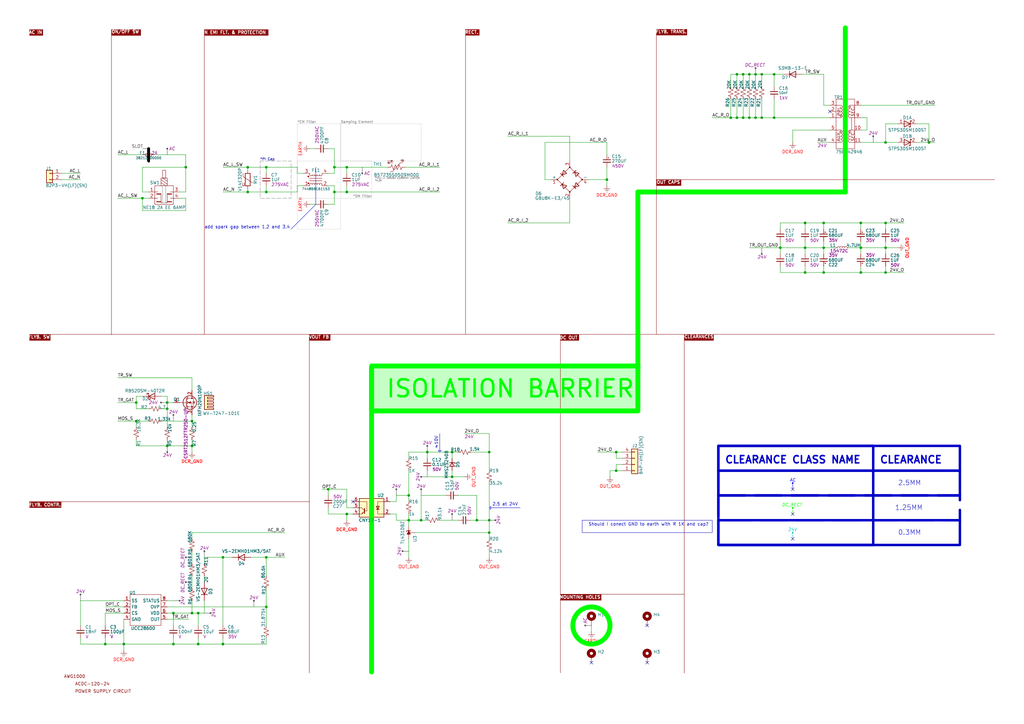
<source format=kicad_sch>
(kicad_sch (version 20230819) (generator eeschema)
  (paper "A3")
  (title_block (date "2023-04-30") (rev "1.0"))
  (junction (at 78.74 251.46))
  (junction (at 172.72 213.36))
  (junction (at 317.5 30.48))
  (junction (at 363.22 58.42))
  (junction (at 137.16 78.74))
  (junction (at 252.73 185.42))
  (junction (at 78.74 172.72))
  (junction (at 55.88 165.1))
  (junction (at 252.73 193.04))
  (junction (at 307.34 30.48))
  (junction (at 142.24 210.82))
  (junction (at 142.24 78.74))
  (junction (at 78.74 182.88))
  (junction (at 337.82 101.6))
  (junction (at 248.92 73.66))
  (junction (at 71.12 264.16))
  (junction (at 58.42 81.28))
  (junction (at 101.6 68.58))
  (junction (at 55.88 172.72))
  (junction (at 195.58 213.36))
  (junction (at 330.2 101.6))
  (junction (at 363.22 101.6))
  (junction (at 200.66 185.42))
  (junction (at 353.06 111.76))
  (junction (at 134.62 200.66))
  (junction (at 363.22 91.44))
  (junction (at 43.18 264.16))
  (junction (at 353.06 101.6))
  (junction (at 185.42 185.42))
  (junction (at 109.22 228.6))
  (junction (at 320.04 101.6))
  (junction (at 312.42 48.26))
  (junction (at 307.34 48.26))
  (junction (at 142.24 68.58))
  (junction (at 330.2 111.76))
  (junction (at 109.22 78.74))
  (junction (at 299.72 48.26))
  (junction (at 50.8 264.16))
  (junction (at 200.66 213.36))
  (junction (at 71.12 251.46))
  (junction (at 68.58 165.1))
  (junction (at 330.2 91.44))
  (junction (at 167.64 213.36))
  (junction (at 337.82 91.44))
  (junction (at 81.28 264.16))
  (junction (at 363.22 111.76))
  (junction (at 76.2 68.58))
  (junction (at 175.26 185.42))
  (junction (at 68.58 182.88))
  (junction (at 337.82 111.76))
  (junction (at 91.44 228.6))
  (junction (at 101.6 78.74))
  (junction (at 309.88 48.26))
  (junction (at 167.64 203.2))
  (junction (at 317.5 48.26))
  (junction (at 109.22 68.58))
  (junction (at 302.26 30.48))
  (junction (at 312.42 30.48))
  (junction (at 309.88 30.48))
  (junction (at 302.26 48.26))
  (junction (at 185.42 195.58))
  (junction (at 137.16 68.58))
  (junction (at 304.8 48.26))
  (junction (at 353.06 91.44))
  (junction (at 91.44 264.16))
  (junction (at 109.22 248.92))
  (junction (at 68.58 167.64))
  (junction (at 304.8 30.48))
  (junction (at 81.28 251.46))
  (junction (at 381 58.42))
  (junction (at 200.66 218.44))
  (no_connect (at 265.43 271.78))
  (no_connect (at 340.36 45.72))
  (no_connect (at 325.12 210.82))
  (no_connect (at 325.12 200.66))
  (no_connect (at 325.12 220.98))
  (no_connect (at 144.78 205.74))
  (no_connect (at 242.57 271.78))
  (no_connect (at 265.43 256.54))
  (wire (pts (xy 328.93 30.48) (xy 337.82 30.48)))
  (wire (pts (xy 185.42 185.42) (xy 185.42 187.96)))
  (wire (pts (xy 58.42 78.74) (xy 60.96 78.74)))
  (wire (pts (xy 252.73 187.96) (xy 252.73 185.42)))
  (wire (pts (xy 50.8 254) (xy 50.8 264.16)))
  (wire (pts (xy 109.22 241.3) (xy 109.22 248.92)))
  (wire (pts (xy 102.87 228.6) (xy 109.22 228.6)))
  (wire (pts (xy 83.82 236.22) (xy 83.82 238.76)))
  (polyline (pts (xy 119.38 93.98) (xy 129.54 83.82)))
  (wire (pts (xy 71.12 251.46) (xy 71.12 256.54)))
  (wire (pts (xy 71.12 261.62) (xy 71.12 264.16)))
  (wire (pts (xy 55.88 167.64) (xy 55.88 165.1)))
  (wire (pts (xy 63.5 63.5) (xy 76.2 63.5)))
  (wire (pts (xy 226.06 73.66) (xy 223.52 73.66)))
  (wire (pts (xy 353.06 99.06) (xy 353.06 101.6)))
  (wire (pts (xy 299.72 30.48) (xy 299.72 35.56)))
  (wire (pts (xy 337.82 91.44) (xy 353.06 91.44)))
  (wire (pts (xy 137.16 78.74) (xy 137.16 83.82)))
  (polyline (pts (xy 180.34 185.42) (xy 179.705 184.785)))
  (wire (pts (xy 353.06 43.18) (xy 383.54 43.18)))
  (wire (pts (xy 307.34 101.6) (xy 320.04 101.6)))
  (wire (pts (xy 363.22 109.22) (xy 363.22 111.76)))
  (wire (pts (xy 185.42 193.04) (xy 185.42 195.58)))
  (polyline (pts (xy 190.9318 12.0142) (xy 190.9318 137.1092)) (stroke (width 0) (color 132 0 0 1)))
  (wire (pts (xy 78.74 182.88) (xy 78.74 185.42)))
  (wire (pts (xy 43.18 261.62) (xy 43.18 264.16)))
  (wire (pts (xy 337.82 109.22) (xy 337.82 111.76)))
  (wire (pts (xy 76.2 68.58) (xy 76.2 78.74)))
  (wire (pts (xy 223.52 58.42) (xy 248.92 58.42)))
  (wire (pts (xy 25.4 73.66) (xy 33.02 73.66)))
  (wire (pts (xy 121.92 71.12) (xy 121.92 68.58)))
  (wire (pts (xy 299.72 30.48) (xy 302.26 30.48)))
  (wire (pts (xy 187.96 203.2) (xy 195.58 203.2)))
  (wire (pts (xy 353.06 91.44) (xy 353.06 93.98)))
  (wire (pts (xy 330.2 91.44) (xy 320.04 91.44)))
  (wire (pts (xy 302.26 30.48) (xy 304.8 30.48)))
  (wire (pts (xy 142.24 68.58) (xy 158.75 68.58)))
  (wire (pts (xy 353.06 91.44) (xy 363.22 91.44)))
  (wire (pts (xy 317.5 48.26) (xy 317.5 40.64)))
  (wire (pts (xy 167.64 203.2) (xy 167.64 205.74)))
  (polyline (pts (xy 280.67 243.84) (xy 280.67 276.098)) (stroke (width 0) (color 132 0 0 1)))
  (wire (pts (xy 175.26 193.04) (xy 175.26 195.58)))
  (wire (pts (xy 363.22 50.8) (xy 363.22 58.42)))
  (wire (pts (xy 101.6 68.58) (xy 101.6 69.85)))
  (polyline (pts (xy 280.67 243.84) (xy 280.67 137.16)) (stroke (width 0) (color 132 0 0 1)))
  (polyline (pts (xy 261.62 78.74) (xy 346.71 78.74)) (stroke (width 2) (color 0 255 0 0.23)))
  (wire (pts (xy 299.72 48.26) (xy 302.26 48.26)))
  (wire (pts (xy 78.74 220.98) (xy 78.74 218.44)))
  (wire (pts (xy 43.18 248.92) (xy 50.8 248.92)))
  (wire (pts (xy 337.82 101.6) (xy 342.9 101.6)))
  (wire (pts (xy 309.88 30.48) (xy 309.88 35.56)))
  (polyline (pts (xy 60.96 60.96) (xy 60.96 66.04)) (stroke (width 1) (type solid) (color 0 0 0 0.2)))
  (wire (pts (xy 78.74 154.94) (xy 78.74 160.02)))
  (polyline (pts (xy 201.295 208.28) (xy 201.295 208.915)))
  (wire (pts (xy 167.64 185.42) (xy 175.26 185.42)))
  (wire (pts (xy 353.06 48.26) (xy 355.6 48.26)))
  (wire (pts (xy 353.06 58.42) (xy 363.22 58.42)))
  (wire (pts (xy 137.16 68.58) (xy 142.24 68.58)))
  (wire (pts (xy 127 83.82) (xy 129.54 83.82)))
  (wire (pts (xy 55.88 172.72) (xy 55.88 175.26)))
  (wire (pts (xy 299.72 48.26) (xy 299.72 40.64)))
  (wire (pts (xy 353.06 53.34) (xy 355.6 53.34)))
  (wire (pts (xy 68.58 251.46) (xy 71.12 251.46)))
  (wire (pts (xy 137.16 60.96) (xy 137.16 68.58)))
  (wire (pts (xy 330.2 111.76) (xy 337.82 111.76)))
  (wire (pts (xy 337.82 30.48) (xy 337.82 43.18)))
  (polyline (pts (xy 126.873 137.16) (xy 186.944 137.16)) (stroke (width 0) (color 132 0 0 1)))
  (wire (pts (xy 127 60.96) (xy 129.54 60.96)))
  (wire (pts (xy 242.57 256.54) (xy 242.57 259.08)))
  (wire (pts (xy 162.56 205.74) (xy 160.02 205.74)))
  (wire (pts (xy 309.88 48.26) (xy 309.88 40.64)))
  (wire (pts (xy 245.11 185.42) (xy 252.73 185.42)))
  (wire (pts (xy 375.92 50.8) (xy 381 50.8)))
  (wire (pts (xy 172.72 203.2) (xy 172.72 213.36)))
  (wire (pts (xy 142.24 78.74) (xy 180.34 78.74)))
  (wire (pts (xy 91.44 264.16) (xy 109.22 264.16)))
  (wire (pts (xy 58.42 81.28) (xy 58.42 86.36)))
  (wire (pts (xy 307.34 30.48) (xy 309.88 30.48)))
  (wire (pts (xy 68.58 182.88) (xy 78.74 182.88)))
  (wire (pts (xy 124.46 71.12) (xy 121.92 71.12)))
  (wire (pts (xy 33.02 264.16) (xy 43.18 264.16)))
  (wire (pts (xy 195.58 213.36) (xy 200.66 213.36)))
  (wire (pts (xy 134.62 210.82) (xy 142.24 210.82)))
  (wire (pts (xy 162.56 210.82) (xy 162.56 213.36)))
  (wire (pts (xy 200.66 198.12) (xy 200.66 213.36)))
  (wire (pts (xy 193.04 213.36) (xy 195.58 213.36)))
  (wire (pts (xy 33.02 261.62) (xy 33.02 264.16)))
  (wire (pts (xy 185.42 185.42) (xy 187.96 185.42)))
  (wire (pts (xy 304.8 48.26) (xy 307.34 48.26)))
  (wire (pts (xy 330.2 91.44) (xy 330.2 93.98)))
  (wire (pts (xy 48.26 172.72) (xy 55.88 172.72)))
  (wire (pts (xy 304.8 48.26) (xy 304.8 40.64)))
  (wire (pts (xy 208.28 55.88) (xy 233.68 55.88)))
  (wire (pts (xy 58.42 68.58) (xy 76.2 68.58)))
  (wire (pts (xy 252.73 185.42) (xy 255.27 185.42)))
  (wire (pts (xy 233.68 66.04) (xy 233.68 55.88)))
  (wire (pts (xy 250.19 195.58) (xy 250.19 193.04)))
  (wire (pts (xy 81.28 261.62) (xy 81.28 264.16)))
  (wire (pts (xy 381 50.8) (xy 381 58.42)))
  (wire (pts (xy 25.4 71.12) (xy 33.02 71.12)))
  (wire (pts (xy 175.26 195.58) (xy 185.42 195.58)))
  (wire (pts (xy 200.66 213.36) (xy 200.66 218.44)))
  (wire (pts (xy 330.2 109.22) (xy 330.2 111.76)))
  (wire (pts (xy 66.04 162.56) (xy 68.58 162.56)))
  (wire (pts (xy 172.72 213.36) (xy 175.26 213.36)))
  (wire (pts (xy 142.24 200.66) (xy 142.24 208.28)))
  (wire (pts (xy 68.58 167.64) (xy 66.04 167.64)))
  (wire (pts (xy 81.28 251.46) (xy 81.28 256.54)))
  (wire (pts (xy 167.64 220.98) (xy 167.64 228.6)))
  (wire (pts (xy 353.06 111.76) (xy 353.06 109.22)))
  (wire (pts (xy 340.36 43.18) (xy 337.82 43.18)))
  (wire (pts (xy 353.06 101.6) (xy 363.22 101.6)))
  (polyline (pts (xy 83.82 12.065) (xy 83.82 137.16)) (stroke (width 0) (color 132 0 0 1)))
  (wire (pts (xy 312.42 48.26) (xy 317.5 48.26)))
  (polyline (pts (xy 12.065 205.74) (xy 127 205.74)) (stroke (width 0) (color 132 0 0 1)))
  (wire (pts (xy 78.74 246.38) (xy 78.74 251.46)))
  (wire (pts (xy 193.04 185.42) (xy 200.66 185.42)))
  (polyline (pts (xy 200.66 208.28) (xy 201.295 208.915)))
  (wire (pts (xy 109.22 78.74) (xy 121.92 78.74)))
  (wire (pts (xy 101.6 78.74) (xy 109.22 78.74)))
  (wire (pts (xy 325.12 53.34) (xy 325.12 58.42)))
  (wire (pts (xy 320.04 109.22) (xy 320.04 111.76)))
  (polyline (pts (xy 60.96 60.96) (xy 60.96 66.04)) (stroke (width 1) (type solid) (color 0 0 0 0.2)))
  (wire (pts (xy 83.82 251.46) (xy 81.28 251.46)))
  (wire (pts (xy 363.22 101.6) (xy 368.3 101.6)))
  (wire (pts (xy 142.24 210.82) (xy 144.78 210.82)))
  (wire (pts (xy 363.22 99.06) (xy 363.22 101.6)))
  (wire (pts (xy 68.58 167.64) (xy 68.58 175.26)))
  (wire (pts (xy 330.2 101.6) (xy 337.82 101.6)))
  (wire (pts (xy 312.42 30.48) (xy 312.42 35.56)))
  (wire (pts (xy 252.73 190.5) (xy 252.73 193.04)))
  (wire (pts (xy 309.88 48.26) (xy 312.42 48.26)))
  (wire (pts (xy 167.64 203.2) (xy 162.56 203.2)))
  (wire (pts (xy 109.22 68.58) (xy 121.92 68.58)))
  (wire (pts (xy 66.04 172.72) (xy 78.74 172.72)))
  (wire (pts (xy 320.04 101.6) (xy 320.04 104.14)))
  (wire (pts (xy 255.27 187.96) (xy 252.73 187.96)))
  (wire (pts (xy 109.22 76.2) (xy 109.22 78.74)))
  (wire (pts (xy 330.2 91.44) (xy 337.82 91.44)))
  (wire (pts (xy 200.66 177.8) (xy 200.66 185.42)))
  (wire (pts (xy 134.62 200.66) (xy 134.62 203.2)))
  (wire (pts (xy 375.92 58.42) (xy 381 58.42)))
  (wire (pts (xy 142.24 71.12) (xy 142.24 68.58)))
  (wire (pts (xy 68.58 165.1) (xy 68.58 167.64)))
  (wire (pts (xy 330.2 99.06) (xy 330.2 101.6)))
  (wire (pts (xy 312.42 30.48) (xy 309.88 30.48)))
  (polyline (pts (xy 346.71 11.43) (xy 346.71 78.74)) (stroke (width 2) (color 0 255 0 0.23)))
  (wire (pts (xy 134.62 71.12) (xy 137.16 71.12)))
  (wire (pts (xy 76.2 81.28) (xy 76.2 86.36)))
  (polyline (pts (xy 186.944 137.16) (xy 407.924 137.16)) (stroke (width 0) (color 132 0 0 1)))
  (wire (pts (xy 101.6 77.47) (xy 101.6 78.74)))
  (wire (pts (xy 200.66 185.42) (xy 200.66 193.04)))
  (wire (pts (xy 48.26 165.1) (xy 55.88 165.1)))
  (wire (pts (xy 134.62 208.28) (xy 134.62 210.82)))
  (wire (pts (xy 185.42 185.42) (xy 175.26 185.42)))
  (polyline (pts (xy 200.66 208.28) (xy 201.295 207.645)))
  (wire (pts (xy 320.04 99.06) (xy 320.04 101.6)))
  (wire (pts (xy 109.22 228.6) (xy 116.84 228.6)))
  (wire (pts (xy 134.62 83.82) (xy 137.16 83.82)))
  (wire (pts (xy 55.88 162.56) (xy 58.42 162.56)))
  (polyline (pts (xy 179.705 184.785) (xy 180.34 184.785)))
  (wire (pts (xy 109.22 68.58) (xy 109.22 71.12)))
  (wire (pts (xy 200.66 226.06) (xy 200.66 228.6)))
  (wire (pts (xy 304.8 30.48) (xy 307.34 30.48)))
  (wire (pts (xy 91.44 261.62) (xy 91.44 264.16)))
  (wire (pts (xy 137.16 78.74) (xy 142.24 78.74)))
  (wire (pts (xy 83.82 231.14) (xy 83.82 228.6)))
  (wire (pts (xy 142.24 208.28) (xy 144.78 208.28)))
  (wire (pts (xy 363.22 58.42) (xy 368.3 58.42)))
  (wire (pts (xy 337.82 91.44) (xy 337.82 93.98)))
  (wire (pts (xy 78.74 226.06) (xy 78.74 231.14)))
  (polyline (pts (xy 201.295 208.28) (xy 213.36 208.28)))
  (wire (pts (xy 325.12 53.34) (xy 340.36 53.34)))
  (wire (pts (xy 83.82 246.38) (xy 83.82 251.46)))
  (polyline (pts (xy 60.96 60.96) (xy 60.96 66.04)) (stroke (width 1) (type solid) (color 0 0 0 0.2)))
  (wire (pts (xy 43.18 251.46) (xy 43.18 256.54)))
  (wire (pts (xy 33.02 246.38) (xy 50.8 246.38)))
  (polyline (pts (xy 261.62 78.74) (xy 261.62 151.13)) (stroke (width 2) (color 0 255 0 0.23)))
  (wire (pts (xy 71.12 264.16) (xy 81.28 264.16)))
  (wire (pts (xy 137.16 76.2) (xy 137.16 78.74)))
  (polyline (pts (xy 229.87 243.713) (xy 280.67 243.713)) (stroke (width 0) (color 132 0 0 1)))
  (polyline (pts (xy 58.42 60.96) (xy 60.96 60.96)) (stroke (width 0) (color 72 72 72 1)))
  (wire (pts (xy 68.58 246.38) (xy 71.12 246.38)))
  (wire (pts (xy 101.6 68.58) (xy 109.22 68.58)))
  (wire (pts (xy 43.18 264.16) (xy 50.8 264.16)))
  (polyline (pts (xy 129.54 68.58) (xy 129.54 83.82)))
  (wire (pts (xy 58.42 81.28) (xy 60.96 81.28)))
  (wire (pts (xy 180.34 213.36) (xy 187.96 213.36)))
  (wire (pts (xy 312.42 40.64) (xy 312.42 48.26)))
  (wire (pts (xy 109.22 248.92) (xy 109.22 256.54)))
  (wire (pts (xy 58.42 63.5) (xy 48.26 63.5)))
  (wire (pts (xy 33.02 256.54) (xy 33.02 246.38)))
  (wire (pts (xy 91.44 228.6) (xy 91.44 256.54)))
  (wire (pts (xy 363.22 50.8) (xy 368.3 50.8)))
  (wire (pts (xy 182.88 203.2) (xy 172.72 203.2)))
  (wire (pts (xy 363.22 91.44) (xy 363.22 93.98)))
  (wire (pts (xy 167.64 185.42) (xy 167.64 187.96)))
  (wire (pts (xy 167.64 213.36) (xy 172.72 213.36)))
  (wire (pts (xy 83.82 228.6) (xy 91.44 228.6)))
  (wire (pts (xy 363.22 91.44) (xy 370.84 91.44)))
  (polyline (pts (xy 201.295 207.645) (xy 201.295 208.28)))
  (polyline (pts (xy 152.4 151.13) (xy 152.4 275.59)) (stroke (width 2) (type solid) (color 0 255 0 0.23)))
  (polyline (pts (xy 60.96 60.96) (xy 60.96 66.04)) (stroke (width 1) (type solid) (color 0 0 0 0.2)))
  (wire (pts (xy 241.3 73.66) (xy 248.92 73.66)))
  (wire (pts (xy 134.62 60.96) (xy 137.16 60.96)))
  (polyline (pts (xy 180.34 185.42) (xy 180.975 184.785)))
  (wire (pts (xy 134.62 76.2) (xy 137.16 76.2)))
  (wire (pts (xy 353.06 101.6) (xy 353.06 104.14)))
  (wire (pts (xy 73.66 81.28) (xy 76.2 81.28)))
  (wire (pts (xy 68.58 162.56) (xy 68.58 165.1)))
  (polyline (pts (xy 60.96 60.96) (xy 60.96 66.04)) (stroke (width 1) (type solid) (color 0 0 0 0.2)))
  (wire (pts (xy 109.22 228.6) (xy 109.22 236.22)))
  (wire (pts (xy 68.58 165.1) (xy 71.12 165.1)))
  (wire (pts (xy 81.28 264.16) (xy 91.44 264.16)))
  (wire (pts (xy 121.92 78.74) (xy 121.92 76.2)))
  (wire (pts (xy 317.5 30.48) (xy 321.31 30.48)))
  (wire (pts (xy 330.2 101.6) (xy 330.2 104.14)))
  (wire (pts (xy 167.64 210.82) (xy 167.64 213.36)))
  (wire (pts (xy 363.22 111.76) (xy 370.84 111.76)))
  (wire (pts (xy 302.26 48.26) (xy 304.8 48.26)))
  (wire (pts (xy 381 58.42) (xy 383.54 58.42)))
  (wire (pts (xy 307.34 48.26) (xy 309.88 48.26)))
  (wire (pts (xy 292.1 48.26) (xy 299.72 48.26)))
  (wire (pts (xy 312.42 30.48) (xy 317.5 30.48)))
  (wire (pts (xy 167.64 193.04) (xy 167.64 203.2)))
  (polyline (pts (xy 269.24 73.66) (xy 407.924 73.66)) (stroke (width 0) (color 132 0 0 1)))
  (wire (pts (xy 347.98 101.6) (xy 353.06 101.6)))
  (wire (pts (xy 255.27 190.5) (xy 252.73 190.5)))
  (polyline (pts (xy 60.96 60.96) (xy 60.96 66.04)) (stroke (width 1) (type solid) (color 0 0 0 0.2)))
  (wire (pts (xy 337.82 99.06) (xy 337.82 101.6)))
  (wire (pts (xy 78.74 180.34) (xy 78.74 182.88)))
  (wire (pts (xy 167.64 213.36) (xy 162.56 213.36)))
  (wire (pts (xy 320.04 91.44) (xy 320.04 93.98)))
  (wire (pts (xy 317.5 30.48) (xy 317.5 35.56)))
  (wire (pts (xy 58.42 86.36) (xy 76.2 86.36)))
  (wire (pts (xy 185.42 195.58) (xy 190.5 195.58)))
  (wire (pts (xy 78.74 218.44) (xy 116.84 218.44)))
  (wire (pts (xy 73.66 78.74) (xy 76.2 78.74)))
  (wire (pts (xy 71.12 251.46) (xy 78.74 251.46)))
  (wire (pts (xy 252.73 193.04) (xy 255.27 193.04)))
  (polyline (pts (xy 269.24 12.065) (xy 269.24 137.16)) (stroke (width 0) (color 132 0 0 1)))
  (wire (pts (xy 162.56 210.82) (xy 160.02 210.82)))
  (wire (pts (xy 78.74 170.18) (xy 78.74 172.72)))
  (polyline (pts (xy 229.87 137.16) (xy 229.87 275.971)) (stroke (width 0) (color 132 0 0 1)))
  (wire (pts (xy 170.18 218.44) (xy 200.66 218.44)))
  (wire (pts (xy 223.52 58.42) (xy 223.52 73.66)))
  (wire (pts (xy 200.66 218.44) (xy 200.66 220.98)))
  (wire (pts (xy 195.58 203.2) (xy 195.58 213.36)))
  (wire (pts (xy 132.08 200.66) (xy 134.62 200.66)))
  (wire (pts (xy 250.19 193.04) (xy 252.73 193.04)))
  (wire (pts (xy 55.88 165.1) (xy 55.88 162.56)))
  (wire (pts (xy 50.8 264.16) (xy 50.8 266.7)))
  (wire (pts (xy 43.18 251.46) (xy 50.8 251.46)))
  (wire (pts (xy 337.82 111.76) (xy 353.06 111.76)))
  (wire (pts (xy 363.22 111.76) (xy 353.06 111.76)))
  (wire (pts (xy 363.22 101.6) (xy 363.22 104.14)))
  (wire (pts (xy 48.26 81.28) (xy 58.42 81.28)))
  (wire (pts (xy 78.74 236.22) (xy 78.74 241.3)))
  (polyline (pts (xy 45.72 137.16) (xy 126.873 137.16)) (stroke (width 0) (color 132 0 0 1)))
  (polyline (pts (xy 180.34 184.785) (xy 180.34 177.8)))
  (wire (pts (xy 355.6 48.26) (xy 355.6 53.34)))
  (wire (pts (xy 335.28 58.42) (xy 340.36 58.42)))
  (polyline (pts (xy 12.065 137.16) (xy 45.72 137.16)) (stroke (width 0) (color 132 0 0 1)))
  (wire (pts (xy 307.34 30.48) (xy 307.34 35.56)))
  (wire (pts (xy 162.56 205.74) (xy 162.56 203.2)))
  (wire (pts (xy 134.62 200.66) (xy 142.24 200.66)))
  (wire (pts (xy 58.42 68.58) (xy 58.42 78.74)))
  (wire (pts (xy 302.26 48.26) (xy 302.26 40.64)))
  (wire (pts (xy 68.58 180.34) (xy 68.58 182.88)))
  (wire (pts (xy 60.96 167.64) (xy 55.88 167.64)))
  (wire (pts (xy 167.64 213.36) (xy 167.64 215.9)))
  (wire (pts (xy 68.58 248.92) (xy 109.22 248.92)))
  (wire (pts (xy 337.82 101.6) (xy 337.82 104.14)))
  (wire (pts (xy 91.44 78.74) (xy 101.6 78.74)))
  (wire (pts (xy 317.5 48.26) (xy 340.36 48.26)))
  (wire (pts (xy 320.04 101.6) (xy 330.2 101.6)))
  (wire (pts (xy 68.58 254) (xy 77.47 254)))
  (wire (pts (xy 50.8 264.16) (xy 71.12 264.16)))
  (wire (pts (xy 142.24 213.36) (xy 142.24 210.82)))
  (polyline (pts (xy 60.96 60.96) (xy 60.96 66.04)) (stroke (width 1) (type solid) (color 0 0 0 0.2)))
  (wire (pts (xy 248.92 58.42) (xy 248.92 63.5)))
  (wire (pts (xy 320.04 111.76) (xy 330.2 111.76)))
  (wire (pts (xy 166.37 68.58) (xy 180.34 68.58)))
  (wire (pts (xy 137.16 68.58) (xy 137.16 71.12)))
  (wire (pts (xy 109.22 261.62) (xy 109.22 264.16)))
  (wire (pts (xy 48.26 154.94) (xy 78.74 154.94)))
  (wire (pts (xy 233.68 81.28) (xy 233.68 91.44)))
  (wire (pts (xy 175.26 187.96) (xy 175.26 185.42)))
  (polyline (pts (xy 180.34 184.785) (xy 180.975 184.785)))
  (polyline (pts (xy 45.72 12.065) (xy 45.72 137.16)) (stroke (width 0) (color 132 0 0 1)))
  (wire (pts (xy 200.66 177.8) (xy 190.5 177.8)))
  (wire (pts (xy 76.2 63.5) (xy 76.2 68.58)))
  (wire (pts (xy 304.8 30.48) (xy 304.8 35.56)))
  (wire (pts (xy 248.92 68.58) (xy 248.92 73.66)))
  (wire (pts (xy 248.92 73.66) (xy 248.92 76.2)))
  (wire (pts (xy 121.92 76.2) (xy 124.46 76.2)))
  (wire (pts (xy 302.26 30.48) (xy 302.26 35.56)))
  (wire (pts (xy 78.74 172.72) (xy 78.74 175.26)))
  (wire (pts (xy 208.28 91.44) (xy 233.68 91.44)))
  (wire (pts (xy 307.34 40.64) (xy 307.34 48.26)))
  (wire (pts (xy 55.88 172.72) (xy 60.96 172.72)))
  (wire (pts (xy 91.44 228.6) (xy 95.25 228.6)))
  (wire (pts (xy 91.44 68.58) (xy 101.6 68.58)))
  (wire (pts (xy 81.28 251.46) (xy 78.74 251.46)))
  (wire (pts (xy 55.88 182.88) (xy 68.58 182.88)))
  (wire (pts (xy 142.24 78.74) (xy 142.24 76.2)))
  (polyline (pts (xy 126.873 137.16) (xy 126.873 275.971)) (stroke (width 0) (color 132 0 0 1)))
  (wire (pts (xy 55.88 180.34) (xy 55.88 182.88)))
  (rectangle (start 121.92 50.8) (end 139.7 93.98) (stroke (width 0) (type dot) (color 72 72 72 1)))
  (rectangle (start 294.64 213.36) (end 393.7 223.52) (stroke (width 1)))
  (rectangle (start 294.64 203.2) (end 393.7 213.36) (stroke (width 1) (type dash)))
  (rectangle (start 238.76 213.36) (end 292.1 218.44))
  (rectangle (start 280.67 137.16) (end 292.735 139.7) (stroke (width -0.0001)) (fill (type color) (color 132 0 0 1)))
  (rectangle (start 126.873 137.16) (end 135.509 139.7) (stroke (width -0.0001)) (fill (type color) (color 132 0 0 1)))
  (rectangle (start 190.9318 12.0142) (end 196.6468 14.5542) (stroke (width -0.0001)) (fill (type color) (color 132 0 0 1)))
  (rectangle (start 294.64 182.88) (end 358.14 223.52) (stroke (width 1)))
  (rectangle (start 294.64 182.88) (end 393.7 193.04) (stroke (width 1)))
  (rectangle (start 139.7 50.8) (end 172.72 66.04) (stroke (width 0) (type dot) (color 72 72 72 1)))
  (rectangle (start 152.4 150.114) (end 261.62 168.529) (stroke (width 2) (color 0 255 0 0.23)) (fill (type color) (color 0 255 0 0.23)))
  (rectangle (start 12.065 12.065) (end 17.653 14.605) (stroke (width -0.0001)) (fill (type color) (color 132 0 0 1)))
  (rectangle (start 294.64 193.04) (end 393.7 203.2) (stroke (width 1)))
  (rectangle (start 269.24 73.66) (end 279.4 76.2) (stroke (width -0.0001)) (fill (type color) (color 132 0 0 1)))
  (rectangle (start 45.72 12.065) (end 57.785 14.605) (stroke (width -0.0001)) (fill (type color) (color 132 0 0 1)))
  (rectangle (start 229.87 243.713) (end 246.634 246.253) (stroke (width -0.0001)) (fill (type color) (color 132 0 0 1)))
  (rectangle (start 12.065 205.74) (end 25.146 208.28) (stroke (width -0.0001)) (fill (type color) (color 132 0 0 1)))
  (rectangle (start 83.82 12.065) (end 110.0836 14.605) (stroke (width -0.0001)) (fill (type color) (color 132 0 0 1)))
  (circle (center 242.57 256.54) (radius 7.62) (stroke (width 2) (color 0 255 0 0.24)))
  (rectangle (start 269.24 11.938) (end 281.813 14.478) (stroke (width -0.0001)) (fill (type color) (color 132 0 0 1)))
  (rectangle (start 12.065 137.16) (end 20.701 139.7) (stroke (width -0.0001)) (fill (type color) (color 132 0 0 1)))
  (rectangle (start 229.87 137.16) (end 237.49 139.7) (stroke (width -0.0001)) (fill (type color) (color 132 0 0 1)))
  (rectangle (start 121.92 66.04) (end 152.4 81.28) (stroke (width 0) (type dot) (color 72 72 72 1)))
  (rectangle (start 106.68 66.04) (end 119.38 81.28) (stroke (width 0) (type dash) (color 132 132 132 1)))
  (text "CLEARANCE CLASS NAME" (at 297.18 190.5 0) (effects (font (size 3 3) (thickness 0.6) bold) (justify left bottom)))
  (text "MOUNTING HOLES" (at 246.38 245.872 0) (effects (font (size 1.27 1.27) (thickness 0.254) bold) (justify right bottom)))
  (text "2.5MM" (at 368.3 199.39 0) (effects (font (size 2 2)) (justify left bottom)))
  (text "OUT CAPS" (at 279.019 75.692 0) (effects (font (size 1.27 1.27) (thickness 0.254) bold) (justify right bottom)))
  (text "RECT." (at 196.2658 14.1732 0) (effects (font (size 1.27 1.27) (thickness 0.254) bold) (justify right bottom)))
  (text "VOUT FB" (at 135.001 139.192 0) (effects (font (size 1.27 1.27) (thickness 0.254) bold) (justify right bottom)))
  (text "POWER SUPPLY CIRCUIT" (at 30.734 284.48 0) (effects (font (size 1.27 1.27)) (justify left bottom)))
  (text "IN EMI FLT. & PROTECTION" (at 109.1692 14.2748 0) (effects (font (size 1.27 1.27) (thickness 0.254) bold) (justify right bottom)))
  (text "AC IN" (at 17.399 14.224 0) (effects (font (size 1.27 1.27) (thickness 0.254) bold) (justify right bottom)))
  (text "1.25MM" (at 367.03 209.55 0) (effects (font (size 2 2)) (justify left bottom)))
  (text "CLEARANCE" (at 360.68 190.5 0) (effects (font (size 3 3) (thickness 0.6) bold) (justify left bottom)))
  (text "2.5 at 24V" (at 201.93 207.645 0) (effects (font (size 1.27 1.27)) (justify left bottom)))
  (text "*PI Cap" (at 106.68 66.04 0) (effects (font (size 1 1)) (justify left bottom)))
  (text "Damping Element" (at 139.7 50.8 0) (effects (font (size 1 1)) (justify left bottom)))
  (text "add spark gap between 1,2 and 3,4" (at 83.82 93.98 0) (effects (font (size 1.27 1.27)) (justify left bottom)))
  (text "FLYB. CONTR." (at 25.019 208.026 0) (effects (font (size 1.27 1.27) (thickness 0.254) bold) (justify right bottom)))
  (text "*4.2A" (at 153.67 74.676 0) (effects (font (size 0.7 0.7)) (justify left bottom)))
  (text "CLEARANCES" (at 292.735 139.065 0) (effects (font (size 1.27 1.27) (thickness 0.254) bold) (justify right bottom)))
  (text "≈10V" (at 179.705 184.15 90) (effects (font (size 1.27 1.27)) (justify left bottom)))
  (text "AWG1000" (at 26.162 278.384 0) (effects (font (size 1.27 1.27)) (justify left bottom)))
  (text "*CM Filter" (at 121.92 50.8 0) (effects (font (size 1 1)) (justify left bottom)))
  (text "Should I conect GND to earth with R 1K and cap?" (at 241.3 215.9 0) (effects (font (size 1.27 1.27)) (justify left bottom)))
  (text "FLYB. TRANS." (at 281.686 13.97 0) (effects (font (size 1.27 1.27) (thickness 0.254) bold) (justify right bottom)))
  (text "ACDC-120-24" (at 30.734 281.432 0) (effects (font (size 1.27 1.27)) (justify left bottom)))
  (text "*DM Filter" (at 144.78 81.28 0) (effects (font (size 1 1)) (justify left bottom)))
  (text "*TH1-> INRUSH CURRENT LIMITER" (at 153.67 73.66 0) (effects (font (size 0.7 0.7)) (justify left bottom)))
  (text "DC OUT" (at 236.982 139.446 0) (effects (font (size 1.27 1.27) (thickness 0.254) bold) (justify right bottom)))
  (text "ON/OFF SW" (at 57.15 13.97 0) (effects (font (size 1.27 1.27) (thickness 0.254) bold) (justify right bottom)))
  (text "ISOLATION BARRIER" (at 157.988 163.703 0) (effects (font (size 7 7) (thickness 1) bold) (justify left bottom)))
  (text "0.3MM" (at 368.3 219.71 0) (effects (font (size 2 2)) (justify left bottom)))
  (text "FLYB. SW" (at 20.574 139.192 0) (effects (font (size 1.27 1.27) (thickness 0.254) bold) (justify right bottom)))
  (text "SLOT" (at 53.975 60.96 0) (effects (font (size 1.27 1.27)) (justify left bottom)))
  (label "TR_OUT_GND" (at 307.34 101.6 0))
  (label "TR_GAT" (at 48.26 165.1 0) (property "Netclass" "24V" (effects hide)))
  (label "AC_L" (at 48.26 63.5 0) (property "Netclass" "AC" (effects hide)))
  (label "AUX" (at 335.28 58.42 0) (property "Netclass" "24V" (at 335.28 59.69 0) (effects (font italic) (justify left))))
  (label "AC_R_I_2" (at 208.28 91.44 0) (property "Netclass" "AC" (effects hide)))
  (label "AC_R_I_1" (at 180.34 68.58 180) (property "Netclass" "AC" (effects hide)))
  (label "AUX" (at 116.84 228.6 180))
  (label "AC_N" (at 33.02 73.66 180) (property "Netclass" "AC" (effects hide)))
  (label "AC_R_I_1" (at 208.28 55.88 0) (property "Netclass" "AC" (effects hide)))
  (label "TR_SW" (at 330.2 30.48 0) (property "Netclass" "DC_RECT" (effects hide)))
  (label "TR_SW" (at 48.26 154.94 0) (property "Netclass" "DC_RECT" (effects hide)))
  (label "24V_O" (at 245.11 185.42 0))
  (label "AC_L" (at 33.02 71.12 180) (property "Netclass" "AC" (effects hide)))
  (label "AC_L_SW" (at 48.26 81.28 0) (property "Netclass" "AC" (effects hide)))
  (label "MOS_S" (at 43.18 251.46 0))
  (label "24V_O" (at 370.84 111.76 180))
  (label "24V_O" (at 370.84 91.44 180))
  (label "24V_O" (at 190.5 177.8 0) (property "Netclass" "24V" (at 190.5 179.07 0) (effects (font italic) (justify left))))
  (label "OPT_C" (at 43.18 248.92 0))
  (label "AC_N" (at 91.44 78.74 0) (property "Netclass" "AC" (effects hide)))
  (label "TR_GAT" (at 77.47 254 180))
  (label "AC_L_SW" (at 91.44 68.58 0) (property "Netclass" "AC" (effects hide)))
  (label "MOS_S" (at 48.26 172.72 0) (property "Netclass" "24V" (effects hide)))
  (label "AC_R_O" (at 116.84 218.44 180))
  (label "AC_R_O" (at 248.92 58.42 180) (property "Netclass" "DC_RECT" (effects hide)))
  (label "AC_R_I_2" (at 180.34 78.74 180) (property "Netclass" "AC" (effects hide)))
  (label "TR_OUT_GND" (at 383.54 43.18 180) (property "Netclass" "24VOUT" (effects hide)))
  (label "OPT_C" (at 132.08 200.66 0) (property "Netclass" "24V" (effects hide)))
  (label "24V_O" (at 383.54 58.42 180) (property "Netclass" "24V" (effects hide)))
  (label "AC_R_O" (at 292.1 48.26 0))
  (netclass_flag "" (length 2.54) (shape dot) (at 242.57 256.54 90) (property "Netclass" "AC" (at 240.03 255.8415 90) (effects (font italic) (justify left))))
  (netclass_flag "" (length 2.54) (shape dot) (at 71.12 172.72 0) (property "Netclass" "24V" (at 69.215 168.91 0) (effects (font italic) (justify left))))
  (netclass_flag "" (length 2.54) (shape dot) (at 200.66 213.36 270) (property "Netclass" "24V" (at 204.47 211.455 90) (effects (font italic) (justify right))))
  (netclass_flag "" (length 2.54) (shape dot) (at 83.82 228.6 0) (property "Netclass" "24V" (at 81.915 224.79 0) (effects (font italic) (justify left))))
  (netclass_flag "" (length 2.54) (shape dot) (at 71.12 246.38 270) (property "Netclass" "24V" (at 74.93 244.475 90) (effects (font italic) (justify right))))
  (netclass_flag "" (length 2.54) (shape dot) (at 325.12 220.98 0) (property "Netclass" "24V" (at 323.215 217.17 0) (effects (font italic) (justify left))))
  (netclass_flag "" (length 2.54) (shape dot) (at 148.59 68.58 180) (property "Netclass" "AC" (at 149.2885 71.12 0) (effects (font italic) (justify left))))
  (netclass_flag "" (length 2.54) (shape dot) (at 167.64 226.06 90) (property "Netclass" "24V" (at 163.83 227.965 90) (effects (font italic) (justify left))))
  (netclass_flag "" (length 2.54) (shape dot) (at 325.12 210.82 0) (property "Netclass" "DC_RECT" (at 320.675 207.01 0) (effects (font italic) (justify left))))
  (netclass_flag "" (length 2.54) (shape dot) (at 162.56 203.2 0) (property "Netclass" "24V" (at 160.655 199.39 0) (effects (font italic) (justify left))))
  (netclass_flag "" (length 2.54) (shape dot) (at 104.14 248.92 0) (property "Netclass" "24V" (at 102.235 245.11 0) (effects (font italic) (justify left))))
  (netclass_flag "" (length 2.54) (shape dot) (at 309.88 30.48 0) (property "Netclass" "DC_RECT" (at 305.435 26.67 0) (effects (font italic) (justify left))))
  (netclass_flag "" (length 2.54) (shape dot) (at 78.74 228.6 90) (property "Netclass" "DC_RECT" (at 74.93 233.045 90) (effects (font italic) (justify left))))
  (netclass_flag "" (length 2.54) (shape dot) (at 83.82 251.46 270) (property "Netclass" "24V" (at 87.63 249.555 90) (effects (font italic) (justify right))))
  (netclass_flag "" (length 2.54) (shape dot) (at 312.42 101.6 180) (property "Netclass" "24V" (at 314.325 105.41 0) (effects (font italic) (justify right))))
  (netclass_flag "" (length 2.54) (shape dot) (at 68.58 182.88 180) (property "Netclass" "24V" (at 70.485 186.69 0) (effects (font italic) (justify right))))
  (netclass_flag "" (length 2.54) (shape dot) (at 175.26 185.42 0) (property "Netclass" "24V" (at 173.355 181.61 0) (effects (font italic) (justify left))))
  (netclass_flag "" (length 2.54) (shape dot) (at 185.42 213.36 0) (property "Netclass" "24V" (at 183.515 209.55 0) (effects (font italic) (justify left))))
  (netclass_flag "" (length 2.54) (shape dot) (at 172.72 203.2 0) (property "Netclass" "24V" (at 170.815 199.39 0) (effects (font italic) (justify left))))
  (netclass_flag "" (length 2.54) (shape dot) (at 325.12 200.66 0) (property "Netclass" "AC" (at 323.85 196.85 0) (effects (font italic) (justify left))))
  (netclass_flag "" (length 2.54) (shape dot) (at 68.58 165.1 90) (property "Netclass" "24V" (at 60.96 165.1 0) (effects (font italic) (justify left))))
  (netclass_flag "" (length 2.54) (shape dot) (at 33.02 246.38 0) (property "Netclass" "24V" (at 31.115 242.57 0) (effects (font italic) (justify left))))
  (netclass_flag "" (length 2.54) (shape dot) (at 358.14 58.42 0) (property "Netclass" "24V" (at 356.235 54.61 0) (effects (font italic) (justify left))))
  (netclass_flag "" (length 2.54) (shape dot) (at 175.26 195.58 90) (property "Netclass" "24V" (at 171.45 197.485 90) (effects (font italic) (justify left))))
  (netclass_flag "" (length 2.54) (shape dot) (at 78.74 238.76 90) (property "Netclass" "DC_RECT" (at 74.93 243.205 90) (effects (font italic) (justify left))))
  (netclass_flag "" (length 2.54) (shape dot) (at 68.58 63.5 0) (property "Netclass" "AC" (at 69.2785 60.96 0) (effects (font italic) (justify left))))
  (symbol (lib_id "Device:R_Small_US") (at 177.8 213.36 270) (mirror x) (unit 1)
    (property "Reference" "R17" (at 175.26 213.36 0) (effects (justify left)))
    (property "Value" "93.1k" (at 180.34 213.36 0) (effects (justify left)))
    (property "Footprint" "Resistor_SMD:R_0603_1608Metric" (effects hide))
    (property "PN" "RK73H1JTTDD9312F" (effects hide))
  )
  (symbol (lib_id "Device:R_Small_US") (at 304.8 38.1 180) (unit 1)
    (property "Reference" "R24" (at 303.53 40.005 90) (effects (justify left)))
    (property "Value" "20K" (at 304.038 32.766 90) (effects (justify left)))
    (property "Footprint" "Resistor_SMD:R_2512_6332Metric" (effects hide))
    (property "Datasheet" "RM25F2002CT-U" (effects hide))
  )
  (symbol (lib_id "Device:R_Small_US") (at 55.88 177.8 0) (mirror y) (unit 1)
    (property "Reference" "R1" (at 56.896 183.134 90) (effects (justify left)))
    (property "Value" "16.3K" (at 56.896 177.292 90) (effects (justify left)))
    (property "Footprint" "Resistor_SMD:R_0805_2012Metric_Pad1.20x1.40mm_HandSolder" (effects hide))
  )
  (symbol (lib_name "EARTH_1") (lib_id "ps:EARTH") (at 127 60.96 270) (unit 1)
    (property "Reference" "#PWR03" (effects hide))
    (property "Value" "EARTH" (at 123.19 60.96 0))
  )
  (symbol (lib_id "Mechanical:MountingHole_Pad") (at 242.57 269.24 0) (unit 1)
    (property "Reference" "H2" (at 245.11 267.335 0) (effects (justify left)))
    (property "Value" "MountingHole_Pad" (effects hide))
    (property "Footprint" "MountingHole:MountingHole_3.2mm_M3_DIN965_Pad_TopBottom" (effects hide))
  )
  (symbol (lib_id "ps:C_POL") (at 248.92 66.04 0) (unit 1)
    (property "Reference" "C15" (at 250.825 64.135 0) (effects (justify left)))
    (property "Value" "270UF" (at 250.825 66.04 0) (effects (justify left)))
    (property "Footprint" "PS:ALC80A271EB450" (effects hide))
    (property "Datasheet" "ALC80A271EB450" (effects hide))
    (property "VOLTAGE" "450V" (at 250.952 68.072 0) (effects (justify left)))
    (property "PN" "ALC80A271EB450" (effects hide))
  )
  (symbol (lib_id "ps:GND_IN") (at 190.5 195.58 90) (unit 1)
    (property "Reference" "#PWR07" (effects hide))
    (property "Value" "OUT_GND" (at 194.31 195.58 0))
  )
  (symbol (lib_id "ps:C_Small") (at 363.22 106.68 0) (unit 1)
    (property "Reference" "C26" (at 365.125 104.775 0) (effects (justify left)))
    (property "Value" "1UF" (at 365.125 106.68 0) (effects (justify left)))
    (property "Footprint" "Capacitor_SMD:C_0805_2012Metric_Pad1.18x1.45mm_HandSolder" (effects hide))
    (property "VOLTAGE" "50V" (at 365.252 108.712 0) (effects (justify left)))
  )
  (symbol (lib_id "Device:R_Small_US") (at 63.5 167.64 270) (unit 1)
    (property "Reference" "R2" (at 57.785 167.005 90) (effects (justify left)))
    (property "Value" "4.7" (at 64.77 167.005 90) (effects (justify left)))
    (property "Footprint" "Resistor_SMD:R_0603_1608Metric" (effects hide))
  )
  (symbol (lib_id "ps:C_Small") (at 81.28 259.08 0) (unit 1)
    (property "Reference" "C5" (at 83.185 257.175 0) (effects (justify left)))
    (property "Value" "10uF" (at 83.185 259.08 0) (effects (justify left)))
    (property "Footprint" "Capacitor_SMD:C_0603_1608Metric" (effects hide))
    (property "VOLTAGE" "V" (at 83.312 261.112 0) (effects (justify left)))
  )
  (symbol (lib_id "ps:GND_IN") (at 368.3 101.6 90) (unit 1)
    (property "Reference" "#PWR013" (effects hide))
    (property "Value" "OUT_GND" (at 372.11 101.6 0))
  )
  (symbol (lib_id "Mechanical:MountingHole_Pad") (at 265.43 254 0) (unit 1)
    (property "Reference" "H4" (at 267.97 252.095 0) (effects (justify left)))
    (property "Value" "MountingHole_Pad" (effects hide))
    (property "Footprint" "MountingHole:MountingHole_3.2mm_M3_DIN965_Pad_TopBottom" (effects hide))
    (instances (project "DQBSC" (path "" (reference "H4") (unit 1))) (project "ACDC150V24" (path "" (reference "H3") (unit 1))))
  )
  (symbol (lib_id "Device:D_Schottky_Dual_CommonCathode_AKA_Split") (at 372.11 58.42 0) (unit 2)
    (property "Reference" "D1" (at 372.11 55.88 0))
    (property "Value" "STPS30SM100ST" (at 372.11 60.96 0))
    (property "Footprint" "Package_TO_SOT_THT:TO-220-3_Vertical" (effects hide))
    (property "PN" "STPS30SM100ST" (effects hide))
  )
  (symbol (lib_id "Mechanical:MountingHole_Pad") (at 242.57 254 0) (unit 1)
    (property "Reference" "H1" (at 245.11 252.095 0) (effects (justify left)))
    (property "Value" "MountingHole_Pad" (effects hide))
    (property "Footprint" "MountingHole:MountingHole_3.2mm_M3_DIN965_Pad_TopBottom" (effects hide))
  )
  (symbol (lib_id "ps:GND_IN") (at 142.24 213.36 0) (unit 1)
    (property "Reference" "#PWR05" (effects hide))
    (property "Value" "DCR_GND" (at 142.24 217.17 0))
  )
  (symbol (lib_id "Device:R_Small_US") (at 312.42 38.1 180) (unit 1)
    (property "Reference" "R21" (at 311.15 40.005 90) (effects (justify left)))
    (property "Value" "20k" (at 311.658 32.766 90) (effects (justify left)))
    (property "Footprint" "Resistor_SMD:R_2512_6332Metric" (effects hide))
    (property "Datasheet" "RM25F2002CT-U" (effects hide))
  )
  (symbol (lib_id "Device:R_Small_US") (at 83.82 233.68 0) (unit 1)
    (property "Reference" "R11" (at 84.582 232.156 90) (effects (justify left)))
    (property "Value" "20" (at 84.582 239.014 90) (effects (justify left)))
    (property "Footprint" "Resistor_SMD:R_1206_3216Metric_Pad1.30x1.75mm_HandSolder" (effects hide))
  )
  (symbol (lib_id "ps:C_Small") (at 71.12 259.08 0) (unit 1)
    (property "Reference" "C4" (at 73.025 257.175 0) (effects (justify left)))
    (property "Value" "100nF" (at 73.025 259.08 0) (effects (justify left)))
    (property "Footprint" "Capacitor_SMD:C_0603_1608Metric" (effects hide))
    (property "VOLTAGE" "V" (at 73.152 261.112 0) (effects (justify left)))
  )
  (symbol (lib_id "Device:R_Small_US") (at 68.58 177.8 0) (mirror y) (unit 1)
    (property "Reference" "R5" (at 69.596 183.134 90) (effects (justify left)))
    (property "Value" "10k" (at 69.596 177.292 90) (effects (justify left)))
    (property "Footprint" "Resistor_SMD:R_0805_2012Metric_Pad1.20x1.40mm_HandSolder" (effects hide))
  )
  (symbol (lib_id "Device:L_Small") (at 345.44 101.6 90) (unit 1)
    (property "Reference" "L1" (at 342.9 100.584 90) (effects (justify left)))
    (property "Value" "4.7UH" (at 353.06 100.584 90) (effects (justify left)))
    (property "Footprint" "PS:744750340047" (effects hide))
    (property "Datasheet" "15472C" (at 344.17 102.87 90))
  )
  (symbol (lib_id "Device:D_Zener_Small") (at 185.42 190.5 270) (unit 1)
    (property "Reference" "D5" (at 187.706 190.5 0))
    (property "Value" "MMSZ5240B" (at 183.134 190.5 0))
    (property "Footprint" "Diode_SMD:D_SOD-123F" (effects hide))
    (property "Datasheet" "MMSZ5240B" (effects hide))
    (property "Description" "MMSZ5240B" (effects hide))
    (property "PN" "MMSZ5240B" (effects hide))
  )
  (symbol (lib_id "ps:C_Small") (at 190.5 213.36 90) (unit 1)
    (property "Reference" "C14" (at 188.595 211.455 0) (effects (justify left)))
    (property "Value" "27nF" (at 190.5 211.455 0) (effects (justify left)))
    (property "Footprint" "Capacitor_SMD:C_0603_1608Metric" (effects hide))
    (property "VOLTAGE" "50V" (at 192.532 211.328 0) (effects (justify left)))
  )
  (symbol (lib_id "Connector_Generic:Conn_01x02") (at 20.32 71.12 0) (mirror y) (unit 1)
    (property "Reference" "J1" (at 18.796 69.088 0) (effects (justify right)))
    (property "Value" "B2P3-VH(LF)(SN)" (at 18.669 76.073 0) (effects (justify right)))
    (property "Footprint" "PS:JST_VH_B2P3-VH_1x02_P7.92mm_Vertical" (effects hide))
  )
  (symbol (lib_id "ps:C_POL") (at 337.82 96.52 0) (unit 1)
    (property "Reference" "C21" (at 339.725 94.615 0) (effects (justify left)))
    (property "Value" "680UF" (at 339.725 96.52 0) (effects (justify left)))
    (property "Footprint" "PS:EKZN630ELL681MK30S" (effects hide))
    (property "Datasheet" "EKZN630ELL681MK30S" (effects hide))
    (property "VOLTAGE" "35V" (at 339.852 98.552 0) (effects (justify left)))
  )
  (symbol (lib_id "ps:C_POL") (at 353.06 106.68 0) (mirror x) (unit 1)
    (property "Reference" "C24" (at 354.965 108.585 0) (effects (justify left)))
    (property "Value" "680UF" (at 354.965 106.68 0) (effects (justify left)))
    (property "Footprint" "PS:EKZN630ELL681MK30S" (effects hide))
    (property "Datasheet" "EKZN630ELL681MK30S" (effects hide))
    (property "VOLTAGE" "35V" (at 355.092 104.648 0) (effects (justify left)))
  )
  (symbol (lib_id "Device:R_Small_US") (at 167.64 190.5 0) (mirror x) (unit 1)
    (property "Reference" "R15" (at 167.64 187.96 0) (effects (justify left)))
    (property "Value" "1K" (at 167.64 193.04 0) (effects (justify left)))
    (property "Footprint" "Resistor_SMD:R_0603_1608Metric" (effects hide))
    (property "PN" "MR06X1001FTL" (effects hide))
  )
  (symbol (lib_id "Device:R_Small_US") (at 302.26 38.1 180) (unit 1)
    (property "Reference" "R25" (at 300.99 40.005 90) (effects (justify left)))
    (property "Value" "20K" (at 301.498 32.766 90) (effects (justify left)))
    (property "Footprint" "Resistor_SMD:R_2512_6332Metric" (effects hide))
    (property "Datasheet" "RM25F2002CT-U" (effects hide))
  )
  (symbol (lib_id "ps:C_Small") (at 33.02 259.08 0) (unit 1)
    (property "Reference" "C1" (at 34.925 257.175 0) (effects (justify left)))
    (property "Value" "18nF" (at 34.925 259.08 0) (effects (justify left)))
    (property "Footprint" "Capacitor_SMD:C_0603_1608Metric" (effects hide))
    (property "VOLTAGE" "V" (at 35.052 261.112 0) (effects (justify left)))
  )
  (symbol (lib_id "ps:GND_IN") (at 78.74 185.42 0) (unit 1)
    (property "Reference" "#PWR02" (effects hide))
    (property "Value" "DCR_GND" (at 78.74 189.23 0))
  )
  (symbol (lib_id "ps:C_Small") (at 142.24 73.66 0) (unit 1)
    (property "Reference" "C10" (at 144.145 71.755 0) (effects (justify left)))
    (property "Value" "1UF" (at 144.145 73.66 0) (effects (justify left)))
    (property "Footprint" "PS:890324026027CS" (effects hide))
    (property "Datasheet" "890324026027CS" (effects hide))
    (property "VOLTAGE" "275VAC" (at 144.272 75.692 0) (effects (justify left)))
  )
  (symbol (lib_id "Device:R_Small_US") (at 78.74 223.52 180) (unit 1)
    (property "Reference" "R8" (at 77.978 225.044 90) (effects (justify left)))
    (property "Value" "680K" (at 77.851 217.551 90) (effects (justify left)))
    (property "Footprint" "Resistor_SMD:R_1206_3216Metric_Pad1.30x1.75mm_HandSolder" (effects hide))
    (property "PN" "RK73H2BTTD6803F" (effects hide))
  )
  (symbol (lib_id "ps:C_POL") (at 353.06 96.52 0) (unit 1)
    (property "Reference" "C23" (at 354.965 94.615 0) (effects (justify left)))
    (property "Value" "680UF" (at 354.965 96.52 0) (effects (justify left)))
    (property "Footprint" "PS:EKZN630ELL681MK30S" (effects hide))
    (property "Datasheet" "EKZN630ELL681MK30S" (effects hide))
    (property "VOLTAGE" "35V" (at 355.092 98.552 0) (effects (justify left)))
  )
  (symbol (lib_id "ps:UCC28600") (at 53.34 243.84 0) (unit 1)
    (property "Reference" "U1" (at 54.356 243.078 0))
    (property "Value" "UCC28600" (at 58.674 257.683 0))
    (property "Footprint" "Package_SO:SOIC-8_3.9x4.9mm_P1.27mm" (effects hide))
  )
  (symbol (lib_id "ps:C_Small") (at 320.04 106.68 0) (unit 1)
    (property "Reference" "C18" (at 321.945 104.775 0) (effects (justify left)))
    (property "Value" "1UF" (at 321.945 106.68 0) (effects (justify left)))
    (property "Footprint" "Capacitor_SMD:C_0805_2012Metric_Pad1.18x1.45mm_HandSolder" (effects hide))
    (property "VOLTAGE" "50V" (at 322.072 108.712 0) (effects (justify left)))
  )
  (symbol (lib_name "EARTH_1") (lib_id "ps:EARTH") (at 242.57 259.08 0) (unit 1)
    (property "Reference" "#PWR09" (effects hide))
    (property "Value" "EARTH" (at 242.57 262.89 0))
  )
  (symbol (lib_id "Device:R_Small_US") (at 109.22 259.08 0) (mirror y) (unit 1)
    (property "Reference" "R13" (at 107.95 264.16 90) (effects (justify left)))
    (property "Value" "31.875k" (at 107.95 257.175 90) (effects (justify left)))
    (property "Footprint" "Resistor_SMD:R_0603_1608Metric" (effects hide))
  )
  (symbol (lib_id "Device:Fuse_Small") (at 60.96 63.5 0) (unit 1)
    (property "Reference" "F1" (at 58.42 62.738 0))
    (property "Value" "38212000000" (at 60.96 64.77 0) (effects (font (size 1 1))))
    (property "Footprint" "PS:38211000410" (effects hide))
    (property "Current Rating" "2A" (at 63.373 62.738 0))
  )
  (symbol (lib_id "ps:C_Small") (at 330.2 106.68 0) (unit 1)
    (property "Reference" "C20" (at 332.105 104.775 0) (effects (justify left)))
    (property "Value" "1UF" (at 332.105 106.68 0) (effects (justify left)))
    (property "Footprint" "Capacitor_SMD:C_0805_2012Metric_Pad1.18x1.45mm_HandSolder" (effects hide))
    (property "VOLTAGE" "50V" (at 332.232 108.712 0) (effects (justify left)))
  )
  (symbol (lib_id "ps:C_Small") (at 185.42 203.2 90) (unit 1)
    (property "Reference" "C13" (at 183.515 201.295 0) (effects (justify left)))
    (property "Value" "43pF" (at 185.42 201.295 0) (effects (justify left)))
    (property "Footprint" "Capacitor_SMD:C_0603_1608Metric" (effects hide))
    (property "VOLTAGE" "50V" (at 187.452 201.168 0) (effects (justify left)))
    (property "PN" "GRM1885C1H430JA01D" (effects hide))
  )
  (symbol (lib_id "ps:C_Small") (at 43.18 259.08 0) (unit 1)
    (property "Reference" "C3" (at 45.085 257.175 0) (effects (justify left)))
    (property "Value" "100pF" (at 45.085 259.08 0) (effects (justify left)))
    (property "Footprint" "Capacitor_SMD:C_0603_1608Metric" (effects hide))
    (property "VOLTAGE" "V" (at 45.212 261.112 0) (effects (justify left)))
  )
  (symbol (lib_id "Diode:UF5407") (at 325.12 30.48 0) (mirror x) (unit 1)
    (property "Reference" "D7" (at 321.945 31.75 0))
    (property "Value" "S3MB-13-F" (at 325.12 27.94 0))
    (property "Footprint" "Diode_SMD:D_SMB" (effects hide))
    (property "Datasheet" "S3MB-13-F" (effects hide))
  )
  (symbol (lib_id "Device:D_Schottky") (at 62.23 162.56 0) (unit 1)
    (property "Reference" "D2" (at 59.6392 163.5252 0))
    (property "Value" "RB520SM-40T2R " (at 59.944 160.274 0))
    (property "Footprint" "Diode_SMD:D_SOD-523" (effects hide))
  )
  (symbol (lib_id "ps:C_Small") (at 320.04 96.52 0) (unit 1)
    (property "Reference" "C17" (at 321.945 94.615 0) (effects (justify left)))
    (property "Value" "1UF" (at 321.945 96.52 0) (effects (justify left)))
    (property "Footprint" "Capacitor_SMD:C_0805_2012Metric_Pad1.18x1.45mm_HandSolder" (effects hide))
    (property "VOLTAGE" "50V" (at 322.072 98.552 0) (effects (justify left)))
  )
  (symbol (lib_id "ps:C_Small") (at 363.22 96.52 0) (unit 1)
    (property "Reference" "C25" (at 365.125 94.615 0) (effects (justify left)))
    (property "Value" "1UF" (at 365.125 96.52 0) (effects (justify left)))
    (property "Footprint" "Capacitor_SMD:C_0805_2012Metric_Pad1.18x1.45mm_HandSolder" (effects hide))
    (property "VOLTAGE" "50V" (at 365.252 98.552 0) (effects (justify left)))
  )
  (symbol (lib_id "Device:R_Small_US") (at 190.5 185.42 90) (unit 1)
    (property "Reference" "R18" (at 188.722 184.404 90) (effects (justify left)))
    (property "Value" "1.5k" (at 196.85 184.15 90) (effects (justify left)))
    (property "Footprint" "Resistor_SMD:R_0603_1608Metric" (effects hide))
    (property "Datasheet" "CRG0402F1K5" (effects hide))
    (property "Description" "CRG0402F1K5" (effects hide))
    (property "PN" "CRG0402F1K5" (effects hide))
  )
  (symbol (lib_id "Mechanical:MountingHole_Pad") (at 265.43 269.24 0) (unit 1)
    (property "Reference" "H3" (at 267.97 267.335 0) (effects (justify left)))
    (property "Value" "MountingHole_Pad" (effects hide))
    (property "Footprint" "MountingHole:MountingHole_3.2mm_M3_DIN965_Pad_TopBottom" (effects hide))
    (instances (project "DQBSC" (path "" (reference "H3") (unit 1))) (project "ACDC150V24" (path "" (reference "H4") (unit 1))))
  )
  (symbol (lib_name "EARTH_1") (lib_id "ps:EARTH") (at 127 83.82 270) (unit 1)
    (property "Reference" "#PWR04" (effects hide))
    (property "Value" "EARTH" (at 123.19 83.82 0))
  )
  (symbol (lib_id "ps:GND_IN") (at 167.64 228.6 0) (unit 1)
    (property "Reference" "#PWR06" (effects hide))
    (property "Value" "OUT_GND" (at 167.64 232.41 0))
  )
  (symbol (lib_id "ps:C_Small") (at 132.08 83.82 270) (unit 1)
    (property "Reference" "C9" (at 133.985 85.725 0) (effects (justify left)))
    (property "Value" "4700PF" (at 132.08 85.725 0) (effects (justify left)))
    (property "Footprint" "Capacitor_THT:C_Disc_D10.5mm_W5.0mm_P5.00mm" (effects hide))
    (property "Datasheet" "DE2E3SA472MN2AT01F" (effects hide))
    (property "VOLTAGE" "250VAC" (at 130.048 85.852 0) (effects (justify left)))
  )
  (symbol (lib_id "Device:R_Small_US") (at 299.72 38.1 180) (unit 1)
    (property "Reference" "R26" (at 298.45 40.005 90) (effects (justify left)))
    (property "Value" "20K" (at 298.958 32.766 90) (effects (justify left)))
    (property "Footprint" "Resistor_SMD:R_2512_6332Metric" (effects hide))
    (property "Datasheet" "RM25F2002CT-U" (effects hide))
  )
  (symbol (lib_id "Device:Varistor") (at 101.6 73.66 0) (unit 1)
    (property "Reference" "RV1" (at 104.775 73.66 90))
    (property "Value" "V14E320P" (at 98.425 73.66 90))
    (property "Footprint" "Varistor:RV_Disc_D16.5mm_W6.7mm_P7.5mm" (effects hide))
  )
  (symbol (lib_id "Device:R_Small_US") (at 200.66 195.58 0) (mirror x) (unit 1)
    (property "Reference" "R19" (at 200.66 193.04 0) (effects (justify left)))
    (property "Value" "35.2k" (at 200.66 198.12 0) (effects (justify left)))
    (property "Footprint" "Resistor_SMD:R_0603_1608Metric" (effects hide))
    (property "Datasheet" "TNPW080535K2BEEN" (effects hide))
    (property "Description" "TNPW080535K2BEEN" (effects hide))
    (property "PN" "TNPW080535K2BEEN" (effects hide))
  )
  (symbol (lib_id "Device:R_Small_US") (at 200.66 223.52 0) (mirror x) (unit 1)
    (property "Reference" "R20" (at 200.66 220.98 0) (effects (justify left)))
    (property "Value" "4.12k" (at 200.66 226.06 0) (effects (justify left)))
    (property "Footprint" "Resistor_SMD:R_0603_1608Metric" (effects hide))
    (property "PN" "ERJ-PB3B4121V" (effects hide))
  )
  (symbol (lib_id "ps:C_Small") (at 132.08 60.96 270) (mirror x) (unit 1)
    (property "Reference" "C8" (at 133.985 59.055 0) (effects (justify left)))
    (property "Value" "4700PF" (at 132.08 59.055 0) (effects (justify left)))
    (property "Footprint" "Capacitor_THT:C_Disc_D10.5mm_W5.0mm_P5.00mm" (effects hide))
    (property "Datasheet" "DE2E3SA472MN2AT01F" (effects hide))
    (property "VOLTAGE" "250VAC" (at 130.048 58.928 0) (effects (justify left)))
  )
  (symbol (lib_id "ps:C_Small") (at 175.26 190.5 0) (unit 1)
    (property "Reference" "C12" (at 177.165 188.595 0) (effects (justify left)))
    (property "Value" "0.1UF" (at 177.165 190.5 0) (effects (justify left)))
    (property "Footprint" "Capacitor_SMD:C_0603_1608Metric" (effects hide))
    (property "VOLTAGE" "50V" (at 177.292 192.532 0) (effects (justify left)))
    (property "PN" "C0603X104K5RAC3316" (effects hide))
  )
  (symbol (lib_id "Device:R_Small_US") (at 78.74 177.8 0) (mirror y) (unit 1)
    (property "Reference" "R7" (at 79.756 183.134 90) (effects (justify left)))
    (property "Value" "0.25" (at 79.756 177.292 90) (effects (justify left)))
    (property "Footprint" "Resistor_SMD:R_2512_6332Metric_Pad1.40x3.35mm_HandSolder" (effects hide))
    (property "Datasheet" "CSRT2512FTR250-UP" (at 76.2 177.8 90))
  )
  (symbol (lib_id "ps:GND_IN") (at 50.8 266.7 0) (unit 1)
    (property "Reference" "#PWR01" (effects hide))
    (property "Value" "DCR_GND" (at 50.8 270.51 0))
  )
  (symbol (lib_id "Device:Q_NMOS_GDS") (at 76.2 165.1 0) (unit 1)
    (property "Reference" "Q1" (at 71.12 163.83 0) (effects (justify left)))
    (property "Value" "IXFH20N100P" (at 81.915 170.815 90) (effects (justify left)))
    (property "Footprint" "Package_TO_SOT_THT:TO-247-3_Vertical" (effects hide))
    (property "Datasheet" "IXFH20N100P" (effects hide))
  )
  (symbol (lib_id "ps:C_Small") (at 134.62 205.74 0) (mirror x) (unit 1)
    (property "Reference" "C27" (at 136.525 207.645 0) (effects (justify left)))
    (property "Value" "200pF" (at 136.525 205.74 0) (effects (justify left)))
    (property "Footprint" "Capacitor_SMD:C_0603_1608Metric" (effects hide))
    (property "VOLTAGE" "50V" (at 136.652 203.708 0) (effects (justify left)))
    (property "PN" "CC0603KRX7R9BB201" (effects hide))
  )
  (symbol (lib_id "Device:D_Schottky_Dual_CommonAnode_AKK_Split") (at 372.11 50.8 0) (unit 1)
    (property "Reference" "D1" (at 372.11 48.26 0))
    (property "Value" "STPS30SM100ST" (at 372.11 53.34 0))
    (property "Footprint" "Package_TO_SOT_THT:TO-220-3_Vertical" (effects hide))
    (property "PN" "STPS30SM100ST" (effects hide))
  )
  (symbol (lib_id "Device:R_Small_US") (at 63.5 172.72 270) (unit 1)
    (property "Reference" "R3" (at 59.182 171.704 90) (effects (justify left)))
    (property "Value" "1.33k" (at 64.643 171.831 90) (effects (justify left)))
    (property "Footprint" "Resistor_SMD:R_0603_1608Metric" (effects hide))
    (property "Datasheet" "RC0603FR-071K33L" (effects hide))
  )
  (symbol (lib_id "Device:R_Small_US") (at 78.74 243.84 180) (unit 1)
    (property "Reference" "R6" (at 77.978 245.364 90) (effects (justify left)))
    (property "Value" "680K" (at 77.851 237.871 90) (effects (justify left)))
    (property "Footprint" "Resistor_SMD:R_1206_3216Metric_Pad1.30x1.75mm_HandSolder" (effects hide))
    (property "PN" "RK73H2BTTD6803F" (effects hide))
  )
  (symbol (lib_id "Device:R_Small_US") (at 109.22 238.76 0) (mirror x) (unit 1)
    (property "Reference" "R12" (at 108.204 240.03 90) (effects (justify left)))
    (property "Value" "86.6k" (at 107.95 231.775 90) (effects (justify left)))
    (property "Footprint" "Resistor_SMD:R_0603_1608Metric" (effects hide))
  )
  (symbol (lib_id "Device:Thermistor_NTC_US") (at 162.56 68.58 270) (unit 1)
    (property "Reference" "TH1" (at 154.94 67.31 90))
    (property "Value" "B57235S0509M000" (at 162.56 71.755 90))
    (property "Footprint" "Varistor:RV_Disc_D9mm_W6.1mm_P5mm" (effects hide))
  )
  (symbol (lib_id "ps:C_Small") (at 109.22 73.66 0) (unit 1)
    (property "Reference" "C7" (at 111.125 71.755 0) (effects (justify left)))
    (property "Value" "1UF" (at 111.125 73.66 0) (effects (justify left)))
    (property "Footprint" "PS:890324026027CS" (effects hide))
    (property "Datasheet" "890324026027CS" (effects hide))
    (property "VOLTAGE" "275VAC" (at 111.252 75.692 0) (effects (justify left)))
  )
  (symbol (lib_id "ps:GND_IN") (at 250.19 195.58 0) (unit 1)
    (property "Reference" "#PWR011" (effects hide))
    (property "Value" "OUT_GND" (at 250.19 199.39 0))
  )
  (symbol (lib_id "ps:C_Small") (at 317.5 38.1 0) (unit 1)
    (property "Reference" "C16" (at 319.405 36.195 0) (effects (justify left)))
    (property "Value" "10nF" (at 319.405 38.1 0) (effects (font (size 1 1)) (justify left)))
    (property "Footprint" "Capacitor_THT:C_Rect_L13.0mm_W4.0mm_P10.00mm_FKS3_FKP3_MKS4" (effects hide))
    (property "Datasheet" "562R10TSD10" (effects hide))
    (property "VOLTAGE" "1kV" (at 319.532 40.132 0) (effects (justify left)))
  )
  (symbol (lib_id "Device:D_Bridge_+AA-") (at 233.68 73.66 180) (unit 1)
    (property "Reference" "D6" (at 222.25 79.375 0) (effects (justify left)))
    (property "Value" "GBU8K-E3/45" (at 233.68 81.28 0) (effects (justify left)))
    (property "Footprint" "PS:Diode_Bridge_Vishay_GBU" (effects hide))
  )
  (symbol (lib_id "Isolator:CNY17-1") (at 152.4 208.28 0) (mirror y) (unit 1)
    (property "Reference" "U2" (at 157.48 203.2 0) (effects (justify left)))
    (property "Value" "CNY17-1" (at 156.21 213.36 0) (effects (justify left)))
    (property "Footprint" "Package_DIP:DIP-6_W7.62mm_LongPads" (effects hide))
    (property "Datasheet" "http://www.vishay.com/docs/83606/cny17.pdf" (effects hide))
  )
  (symbol (lib_id "ps:C_Small") (at 330.2 96.52 0) (unit 1)
    (property "Reference" "C19" (at 332.105 94.615 0) (effects (justify left)))
    (property "Value" "1UF" (at 332.105 96.52 0) (effects (justify left)))
    (property "Footprint" "Capacitor_SMD:C_0805_2012Metric_Pad1.18x1.45mm_HandSolder" (effects hide))
    (property "VOLTAGE" "50V" (at 332.232 98.552 0) (effects (justify left)))
  )
  (symbol (lib_id "Device:R_Small_US") (at 167.64 208.28 0) (mirror x) (unit 1)
    (property "Reference" "R16" (at 167.64 205.74 0) (effects (justify left)))
    (property "Value" "1k" (at 167.64 210.82 0) (effects (justify left)))
    (property "Footprint" "Resistor_SMD:R_0603_1608Metric" (effects hide))
    (property "PN" "MR06X1001FTL" (effects hide))
  )
  (symbol (lib_id "Mechanical:Heatsink") (at 83.82 165.1 270) (unit 1)
    (property "Reference" "HS1" (at 85.344 161.417 90))
    (property "Value" "WV-T247-101E" (at 90.805 169.545 90))
    (property "Footprint" "PS:WV-T247-101E" (effects hide))
    (property "Datasheet" "529701B02100G" (effects hide))
  )
  (symbol (lib_id "ps:GND_IN") (at 325.12 58.42 0) (unit 1)
    (property "Reference" "#PWR012" (effects hide))
    (property "Value" "DCR_GND" (at 325.12 62.23 0))
  )
  (symbol (lib_id "Filter:Choke_Schaffner_RN102-0.3-02-12M") (at 129.54 73.66 0) (mirror x) (unit 1)
    (property "Reference" "FL1" (at 129.54 69.85 0))
    (property "Value" "744869161153" (at 129.54 77.47 0) (effects (font (size 1 1))))
    (property "Footprint" "PS:744869161153" (effects hide))
  )
  (symbol (lib_id "Connector_Generic:Conn_01x04") (at 260.35 190.5 0) (mirror x) (unit 1)
    (property "Reference" "J2" (at 260.35 182.88 0))
    (property "Value" "B4P-VH(LF)(SN)" (at 262.89 186.69 90))
    (property "Footprint" "PS:JST_VH_B4P-VH-B_1x04_P3.96mm_Vertical" (effects hide))
  )
  (symbol (lib_id "Diode:UF5407") (at 83.82 242.57 270) (mirror x) (unit 1)
    (property "Reference" "D3" (at 86.36 242.57 0))
    (property "Value" "VS-2EMH01HM3/5AT " (at 81.28 236.22 0))
    (property "Footprint" "Diode_SMD:D_SMA" (effects hide))
  )
  (symbol (lib_id "Device:R_Small_US") (at 307.34 38.1 180) (unit 1)
    (property "Reference" "R23" (at 306.07 40.005 90) (effects (justify left)))
    (property "Value" "20K" (at 306.578 32.766 90) (effects (justify left)))
    (property "Footprint" "Resistor_SMD:R_2512_6332Metric" (effects hide))
    (property "Datasheet" "RM25F2002CT-U" (effects hide))
  )
  (symbol (lib_id "ps:C_POL") (at 91.44 259.08 0) (unit 1)
    (property "Reference" "C6" (at 93.345 257.175 0) (effects (justify left)))
    (property "Value" "68UF" (at 93.345 259.08 0) (effects (justify left)))
    (property "Footprint" "Capacitor_THT:C_Radial_D6.3mm_H11.0mm_P2.50mm" (effects hide))
    (property "Datasheet" "EEU-FC1V680" (effects hide))
    (property "VOLTAGE" "35V" (at 93.472 261.112 0) (effects (justify left)))
  )
  (symbol (lib_id "Device:R_Small_US") (at 78.74 233.68 180) (unit 1)
    (property "Reference" "R4" (at 77.978 235.204 90) (effects (justify left)))
    (property "Value" "680K" (at 77.851 227.711 90) (effects (justify left)))
    (property "Footprint" "Resistor_SMD:R_1206_3216Metric_Pad1.30x1.75mm_HandSolder" (effects hide))
    (property "PN" "RK73H2BTTD6803F" (effects hide))
  )
  (symbol (lib_id "Diode:UF5407") (at 99.06 228.6 0) (mirror x) (unit 1)
    (property "Reference" "D4" (at 99.06 231.14 0))
    (property "Value" "VS-2EMH01HM3/5AT " (at 101.6 226.06 0))
    (property "Footprint" "Diode_SMD:D_SMA" (effects hide))
  )
  (symbol (lib_id "ps:NE1846EE") (at 60.96 78.74 0) (unit 1)
    (property "Reference" "SW1" (at 63.5 74.93 0))
    (property "Value" "NE18 2A EE 6AMP\n" (at 67.31 85.09 0))
    (property "Footprint" "PS:NE1846EE" (effects hide))
  )
  (symbol (lib_id "ps:GND_IN") (at 200.66 228.6 0) (unit 1)
    (property "Reference" "#PWR08" (effects hide))
    (property "Value" "OUT_GND" (at 200.66 232.41 0))
  )
  (symbol (lib_id "Reference_Voltage:TL431DBZ") (at 167.64 218.44 270) (mirror x) (unit 1)
    (property "Reference" "U3" (at 170.18 220.98 0))
    (property "Value" "TL431DBZ" (at 165.1 218.44 0))
    (property "Footprint" "Package_TO_SOT_SMD:SOT-23" (effects hide))
    (property "Datasheet" "http://www.ti.com/lit/ds/symlink/tl431.pdf" (effects hide))
  )
  (symbol (lib_id "ps:C_POL") (at 337.82 106.68 0) (mirror x) (unit 1)
    (property "Reference" "C22" (at 339.725 108.585 0) (effects (justify left)))
    (property "Value" "680UF" (at 339.725 106.68 0) (effects (justify left)))
    (property "Footprint" "PS:EKZN630ELL681MK30S" (effects hide))
    (property "Datasheet" "EKZN630ELL681MK30S" (effects hide))
    (property "VOLTAGE" "35V" (at 339.852 104.648 0) (effects (justify left)))
  )
  (symbol (lib_id "ps:750342946") (at 342.9 40.64 0) (unit 1)
    (property "Reference" "TR1" (at 343.916 39.878 0))
    (property "Value" "750342946" (at 348.234 62.23 0))
    (property "Footprint" "PS:750342946" (effects hide))
  )
  (symbol (lib_id "Device:R_Small_US") (at 309.88 38.1 180) (unit 1)
    (property "Reference" "R22" (at 308.61 40.005 90) (effects (justify left)))
    (property "Value" "20K" (at 309.118 32.766 90) (effects (justify left)))
    (property "Footprint" "Resistor_SMD:R_2512_6332Metric" (effects hide))
    (property "Datasheet" "RM25F2002CT-U" (effects hide))
  )
  (symbol (lib_id "ps:GND_IN") (at 248.92 76.2 0) (unit 1)
    (property "Reference" "#PWR010" (effects hide))
    (property "Value" "DCR_GND" (at 248.92 80.01 0))
  )
)
</source>
